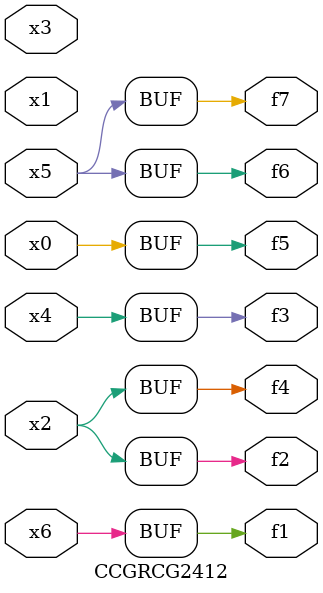
<source format=v>
module CCGRCG2412(
	input x0, x1, x2, x3, x4, x5, x6,
	output f1, f2, f3, f4, f5, f6, f7
);
	assign f1 = x6;
	assign f2 = x2;
	assign f3 = x4;
	assign f4 = x2;
	assign f5 = x0;
	assign f6 = x5;
	assign f7 = x5;
endmodule

</source>
